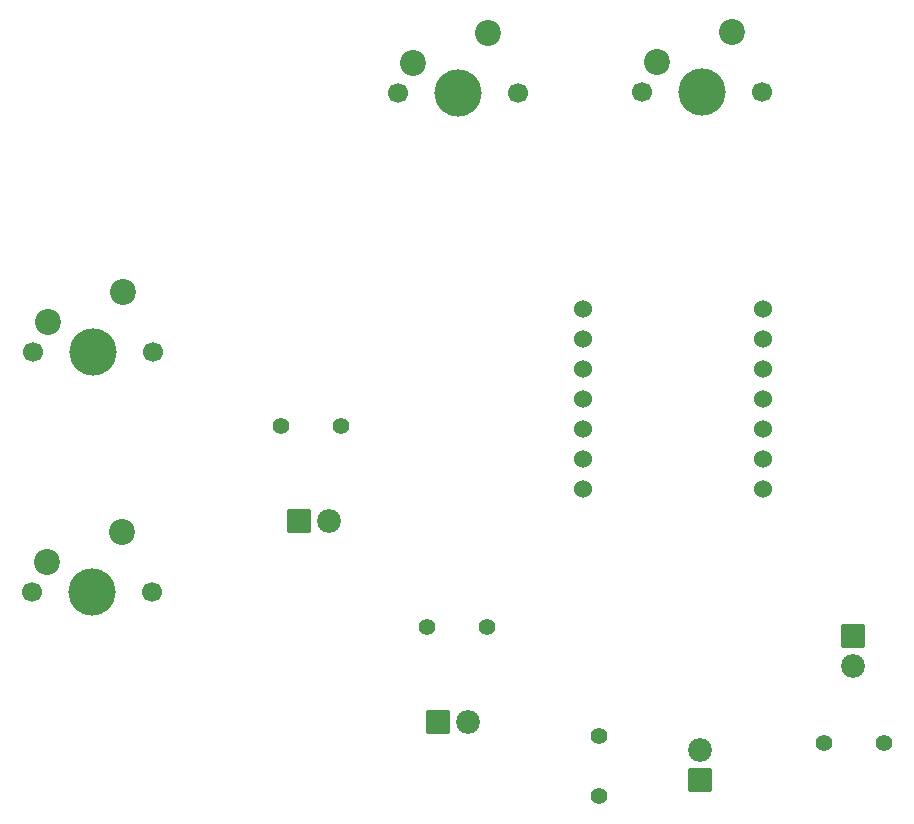
<source format=gbr>
%TF.GenerationSoftware,KiCad,Pcbnew,9.0.3*%
%TF.CreationDate,2025-07-30T12:58:10-07:00*%
%TF.ProjectId,apollo_pcb,61706f6c-6c6f-45f7-9063-622e6b696361,rev?*%
%TF.SameCoordinates,Original*%
%TF.FileFunction,Soldermask,Bot*%
%TF.FilePolarity,Negative*%
%FSLAX46Y46*%
G04 Gerber Fmt 4.6, Leading zero omitted, Abs format (unit mm)*
G04 Created by KiCad (PCBNEW 9.0.3) date 2025-07-30 12:58:10*
%MOMM*%
%LPD*%
G01*
G04 APERTURE LIST*
G04 Aperture macros list*
%AMRoundRect*
0 Rectangle with rounded corners*
0 $1 Rounding radius*
0 $2 $3 $4 $5 $6 $7 $8 $9 X,Y pos of 4 corners*
0 Add a 4 corners polygon primitive as box body*
4,1,4,$2,$3,$4,$5,$6,$7,$8,$9,$2,$3,0*
0 Add four circle primitives for the rounded corners*
1,1,$1+$1,$2,$3*
1,1,$1+$1,$4,$5*
1,1,$1+$1,$6,$7*
1,1,$1+$1,$8,$9*
0 Add four rect primitives between the rounded corners*
20,1,$1+$1,$2,$3,$4,$5,0*
20,1,$1+$1,$4,$5,$6,$7,0*
20,1,$1+$1,$6,$7,$8,$9,0*
20,1,$1+$1,$8,$9,$2,$3,0*%
G04 Aperture macros list end*
%ADD10C,1.700000*%
%ADD11C,4.000000*%
%ADD12C,2.200000*%
%ADD13C,1.400000*%
%ADD14C,2.019000*%
%ADD15RoundRect,0.102000X-0.907500X0.907500X-0.907500X-0.907500X0.907500X-0.907500X0.907500X0.907500X0*%
%ADD16RoundRect,0.102000X0.907500X-0.907500X0.907500X0.907500X-0.907500X0.907500X-0.907500X-0.907500X0*%
%ADD17C,1.524000*%
%ADD18RoundRect,0.102000X-0.907500X-0.907500X0.907500X-0.907500X0.907500X0.907500X-0.907500X0.907500X0*%
G04 APERTURE END LIST*
D10*
%TO.C,SW3*%
X83740000Y-133500000D03*
D11*
X88820000Y-133500000D03*
D10*
X93900000Y-133500000D03*
D12*
X91360000Y-128420000D03*
X85010000Y-130960000D03*
%TD*%
D13*
%TO.C,R3*%
X131700000Y-171100000D03*
X131700000Y-166020000D03*
%TD*%
D14*
%TO.C,D4*%
X153200000Y-160100000D03*
D15*
X153200000Y-157560000D03*
%TD*%
D13*
%TO.C,R1*%
X104760000Y-139800000D03*
X109840000Y-139800000D03*
%TD*%
D10*
%TO.C,SW1*%
X114640000Y-111600000D03*
D11*
X119720000Y-111600000D03*
D10*
X124800000Y-111600000D03*
D12*
X122260000Y-106520000D03*
X115910000Y-109060000D03*
%TD*%
D10*
%TO.C,SW4*%
X83640000Y-153800000D03*
D11*
X88720000Y-153800000D03*
D10*
X93800000Y-153800000D03*
D12*
X91260000Y-148720000D03*
X84910000Y-151260000D03*
%TD*%
D14*
%TO.C,D3*%
X140200000Y-167220000D03*
D16*
X140200000Y-169760000D03*
%TD*%
D13*
%TO.C,R2*%
X117120000Y-156800000D03*
X122200000Y-156800000D03*
%TD*%
D10*
%TO.C,SW2*%
X135340000Y-111500000D03*
D11*
X140420000Y-111500000D03*
D10*
X145500000Y-111500000D03*
D12*
X142960000Y-106420000D03*
X136610000Y-108960000D03*
%TD*%
D13*
%TO.C,R4*%
X155780000Y-166630000D03*
X150700000Y-166630000D03*
%TD*%
D17*
%TO.C,U1*%
X130280000Y-129880000D03*
X130280000Y-132420000D03*
X130280000Y-134960000D03*
X130280000Y-137500000D03*
X130280000Y-140040000D03*
X130280000Y-142580000D03*
X130280000Y-145120000D03*
X145520000Y-145120000D03*
X145520000Y-142580000D03*
X145520000Y-140040000D03*
X145520000Y-137500000D03*
X145520000Y-134960000D03*
X145520000Y-132420000D03*
X145520000Y-129880000D03*
%TD*%
D14*
%TO.C,D1*%
X108840000Y-147800000D03*
D18*
X106300000Y-147800000D03*
%TD*%
D14*
%TO.C,D2*%
X120600000Y-164800000D03*
D18*
X118060000Y-164800000D03*
%TD*%
M02*

</source>
